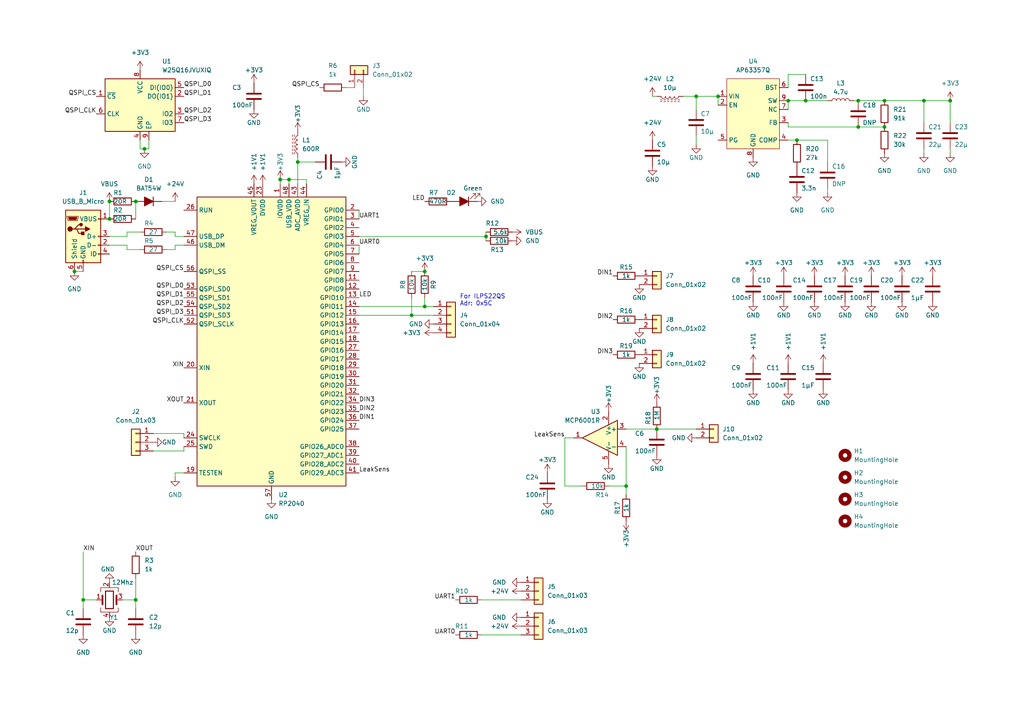
<source format=kicad_sch>
(kicad_sch (version 20211123) (generator eeschema)
  (paper "A4")
  (lib_symbols
    (symbol "Amplifier_Operational:MCP6001R" (pin_names (offset 0.127))
      (property "Reference" "U" (at 0 5.08 0))
      (property "Value" "MCP6001R" (at 0 -5.08 0))
      (symbol "MCP6001R_0_1"
        (pin power_in line (at -2.54 7.62 270) (length 3.81) (name "V+") (number "2"))
        (pin power_in line (at -2.54 -7.62 90) (length 3.81) (name "V-") (number "5"))
      )
      (symbol "MCP6001R_1_1"
        (pin output line (at 7.62 0 180) (length 2.54) (name "~") (number "1"))
        (pin input line (at -7.62 2.54 0) (length 2.54) (name "+") (number "3"))
        (pin input line (at -7.62 -2.54 0) (length 2.54) (name "-") (number "4"))
      )
    )
    (symbol "Bergi:AP63357Q"
      (property "Reference" "U" (at -6.35 11.43 0))
      (property "Value" "AP63357Q" (at -2.54 8.89 0))
      (symbol "AP63357Q_1_1"
        (pin unspecified line (at -10.16 2.54 0) (length 2.54) (name "VIN") (number "1"))
        (pin unspecified line (at -10.16 0 0) (length 2.54) (name "EN") (number "2"))
        (pin unspecified line (at 10.16 -5.08 180) (length 2.54) (name "FB") (number "3"))
        (pin unspecified line (at 10.16 -10.16 180) (length 2.54) (name "COMP") (number "4"))
        (pin unspecified line (at -10.16 -10.16 0) (length 2.54) (name "PG") (number "5"))
        (pin unspecified line (at 10.16 5.08 180) (length 2.54) (name "BST") (number "6"))
        (pin unspecified line (at 10.16 -1.27 180) (length 2.54) (name "NC") (number "7"))
        (pin unspecified line (at 0 -15.24 90) (length 2.54) (name "GND") (number "8"))
        (pin unspecified line (at 10.16 1.27 180) (length 2.54) (name "SW") (number "9"))
      )
    )
    (symbol "Bergi:W25Q16JVUXIQ"
      (property "Reference" "U" (at -8.89 8.89 0))
      (property "Value" "W25Q16JVUXIQ" (at 7.62 8.89 0))
      (symbol "W25Q16JVUXIQ_1_1"
        (pin input line (at -12.7 2.54 0) (length 2.54) (name "~{CS}") (number "1"))
        (pin bidirectional line (at 12.7 2.54 180) (length 2.54) (name "DO(IO1)") (number "2"))
        (pin bidirectional line (at 12.7 -2.54 180) (length 2.54) (name "IO2") (number "3"))
        (pin power_in line (at 0 -10.16 90) (length 2.54) (name "GND") (number "4"))
        (pin bidirectional line (at 12.7 5.08 180) (length 2.54) (name "DI(IO0)") (number "5"))
        (pin input line (at -12.7 -2.54 0) (length 2.54) (name "CLK") (number "6"))
        (pin bidirectional line (at 12.7 -5.08 180) (length 2.54) (name "IO3") (number "7"))
        (pin power_in line (at 0 10.16 270) (length 2.54) (name "VCC") (number "8"))
        (pin passive line (at 2.54 -10.16 90) (length 2.54) (name "EP") (number "9"))
      )
    )
    (symbol "Connector:USB_B_Micro" (pin_names (offset 1.016))
      (property "Reference" "J" (at -5.08 11.43 0))
      (property "Value" "USB_B_Micro" (at -5.08 8.89 0))
      (symbol "USB_B_Micro_1_1"
        (pin power_out line (at 7.62 5.08 180) (length 2.54) (name "VBUS") (number "1"))
        (pin bidirectional line (at 7.62 -2.54 180) (length 2.54) (name "D-") (number "2"))
        (pin bidirectional line (at 7.62 0 180) (length 2.54) (name "D+") (number "3"))
        (pin passive line (at 7.62 -5.08 180) (length 2.54) (name "ID") (number "4"))
        (pin power_out line (at 0 -10.16 90) (length 2.54) (name "GND") (number "5"))
        (pin passive line (at -2.54 -10.16 90) (length 2.54) (name "Shield") (number "6"))
      )
    )
    (symbol "Connector_Generic:Conn_01x02" (pin_names (offset 1.016) hide)
      (property "Reference" "J" (at 0 2.54 0))
      (property "Value" "Conn_01x02" (at 0 -5.08 0))
      (symbol "Conn_01x02_1_1"
        (pin passive line (at -5.08 0 0) (length 3.81) (name "Pin_1") (number "1"))
        (pin passive line (at -5.08 -2.54 0) (length 3.81) (name "Pin_2") (number "2"))
      )
    )
    (symbol "Connector_Generic:Conn_01x03" (pin_names (offset 1.016) hide)
      (property "Reference" "J" (at 0 5.08 0))
      (property "Value" "Conn_01x03" (at 0 -5.08 0))
      (symbol "Conn_01x03_1_1"
        (pin passive line (at -5.08 2.54 0) (length 3.81) (name "Pin_1") (number "1"))
        (pin passive line (at -5.08 0 0) (length 3.81) (name "Pin_2") (number "2"))
        (pin passive line (at -5.08 -2.54 0) (length 3.81) (name "Pin_3") (number "3"))
      )
    )
    (symbol "Connector_Generic:Conn_01x04" (pin_names (offset 1.016) hide)
      (property "Reference" "J" (at 0 5.08 0))
      (property "Value" "Conn_01x04" (at 0 -7.62 0))
      (symbol "Conn_01x04_1_1"
        (pin passive line (at -5.08 2.54 0) (length 3.81) (name "Pin_1") (number "1"))
        (pin passive line (at -5.08 0 0) (length 3.81) (name "Pin_2") (number "2"))
        (pin passive line (at -5.08 -2.54 0) (length 3.81) (name "Pin_3") (number "3"))
        (pin passive line (at -5.08 -5.08 0) (length 3.81) (name "Pin_4") (number "4"))
      )
    )
    (symbol "Device:C" (pin_numbers hide) (pin_names (offset 0.254))
      (property "Reference" "C" (at 0.635 2.54 0))
      (property "Value" "C" (at 0.635 -2.54 0))
      (symbol "C_1_1"
        (pin passive line (at 0 3.81 270) (length 2.794) (name "~") (number "1"))
        (pin passive line (at 0 -3.81 90) (length 2.794) (name "~") (number "2"))
      )
    )
    (symbol "Device:Crystal_GND24" (pin_names (offset 1.016) hide)
      (property "Reference" "Y" (at 3.175 5.08 0))
      (property "Value" "Crystal_GND24" (at 3.175 3.175 0))
      (symbol "Crystal_GND24_1_1"
        (pin passive line (at -3.81 0 0) (length 1.27) (name "1") (number "1"))
        (pin passive line (at 0 5.08 270) (length 1.27) (name "2") (number "2"))
        (pin passive line (at 3.81 0 180) (length 1.27) (name "3") (number "3"))
        (pin passive line (at 0 -5.08 90) (length 1.27) (name "4") (number "4"))
      )
    )
    (symbol "Device:D_Filled" (pin_numbers hide) (pin_names (offset 1.016) hide)
      (property "Reference" "D" (at 0 2.54 0))
      (property "Value" "D_Filled" (at 0 -2.54 0))
      (symbol "D_Filled_1_1"
        (pin passive line (at -3.81 0 0) (length 2.54) (name "K") (number "1"))
        (pin passive line (at 3.81 0 180) (length 2.54) (name "A") (number "2"))
      )
    )
    (symbol "Device:L" (pin_numbers hide) (pin_names (offset 1.016) hide)
      (property "Reference" "L" (at -1.27 0 90))
      (property "Value" "L" (at 1.905 0 90))
      (symbol "L_1_1"
        (pin passive line (at 0 3.81 270) (length 1.27) (name "1") (number "1"))
        (pin passive line (at 0 -3.81 90) (length 1.27) (name "2") (number "2"))
      )
    )
    (symbol "Device:LED_Filled" (pin_numbers hide) (pin_names (offset 1.016) hide)
      (property "Reference" "D" (at 0 2.54 0))
      (property "Value" "LED_Filled" (at 0 -2.54 0))
      (symbol "LED_Filled_1_1"
        (pin passive line (at -3.81 0 0) (length 2.54) (name "K") (number "1"))
        (pin passive line (at 3.81 0 180) (length 2.54) (name "A") (number "2"))
      )
    )
    (symbol "Device:L_Ferrite" (pin_numbers hide) (pin_names (offset 1.016) hide)
      (property "Reference" "L" (at -1.27 0 90))
      (property "Value" "L_Ferrite" (at 2.794 0 90))
      (symbol "L_Ferrite_1_1"
        (pin passive line (at 0 3.81 270) (length 1.27) (name "1") (number "1"))
        (pin passive line (at 0 -3.81 90) (length 1.27) (name "2") (number "2"))
      )
    )
    (symbol "Device:R" (pin_numbers hide) (pin_names (offset 0))
      (property "Reference" "R" (at 2.032 0 90))
      (property "Value" "R" (at 0 0 90))
      (symbol "R_1_1"
        (pin passive line (at 0 3.81 270) (length 1.27) (name "~") (number "1"))
        (pin passive line (at 0 -3.81 90) (length 1.27) (name "~") (number "2"))
      )
    )
    (symbol "MCU_RaspberryPi:RP2040"
      (property "Reference" "U" (at 17.78 45.72 0))
      (property "Value" "RP2040" (at 17.78 43.18 0))
      (symbol "RP2040_1_1"
        (pin power_in line (at 2.54 45.72 270) (length 3.81) (name "IOVDD") (number "1"))
        (pin passive line (at 2.54 45.72 270) (length 3.81) hide (name "IOVDD") (number "10"))
        (pin bidirectional line (at 25.4 17.78 180) (length 3.81) (name "GPIO8") (number "11"))
        (pin bidirectional line (at 25.4 15.24 180) (length 3.81) (name "GPIO9") (number "12"))
        (pin bidirectional line (at 25.4 12.7 180) (length 3.81) (name "GPIO10") (number "13"))
        (pin bidirectional line (at 25.4 10.16 180) (length 3.81) (name "GPIO11") (number "14"))
        (pin bidirectional line (at 25.4 7.62 180) (length 3.81) (name "GPIO12") (number "15"))
        (pin bidirectional line (at 25.4 5.08 180) (length 3.81) (name "GPIO13") (number "16"))
        (pin bidirectional line (at 25.4 2.54 180) (length 3.81) (name "GPIO14") (number "17"))
        (pin bidirectional line (at 25.4 0 180) (length 3.81) (name "GPIO15") (number "18"))
        (pin input line (at -25.4 -38.1 0) (length 3.81) (name "TESTEN") (number "19"))
        (pin bidirectional line (at 25.4 38.1 180) (length 3.81) (name "GPIO0") (number "2"))
        (pin input line (at -25.4 -7.62 0) (length 3.81) (name "XIN") (number "20"))
        (pin passive line (at -25.4 -17.78 0) (length 3.81) (name "XOUT") (number "21"))
        (pin passive line (at 2.54 45.72 270) (length 3.81) hide (name "IOVDD") (number "22"))
        (pin power_in line (at -2.54 45.72 270) (length 3.81) (name "DVDD") (number "23"))
        (pin output line (at -25.4 -27.94 0) (length 3.81) (name "SWCLK") (number "24"))
        (pin bidirectional line (at -25.4 -30.48 0) (length 3.81) (name "SWD") (number "25"))
        (pin input line (at -25.4 38.1 0) (length 3.81) (name "RUN") (number "26"))
        (pin bidirectional line (at 25.4 -2.54 180) (length 3.81) (name "GPIO16") (number "27"))
        (pin bidirectional line (at 25.4 -5.08 180) (length 3.81) (name "GPIO17") (number "28"))
        (pin bidirectional line (at 25.4 -7.62 180) (length 3.81) (name "GPIO18") (number "29"))
        (pin bidirectional line (at 25.4 35.56 180) (length 3.81) (name "GPIO1") (number "3"))
        (pin bidirectional line (at 25.4 -10.16 180) (length 3.81) (name "GPIO19") (number "30"))
        (pin bidirectional line (at 25.4 -12.7 180) (length 3.81) (name "GPIO20") (number "31"))
        (pin bidirectional line (at 25.4 -15.24 180) (length 3.81) (name "GPIO21") (number "32"))
        (pin passive line (at 2.54 45.72 270) (length 3.81) hide (name "IOVDD") (number "33"))
        (pin bidirectional line (at 25.4 -17.78 180) (length 3.81) (name "GPIO22") (number "34"))
        (pin bidirectional line (at 25.4 -20.32 180) (length 3.81) (name "GPIO23") (number "35"))
        (pin bidirectional line (at 25.4 -22.86 180) (length 3.81) (name "GPIO24") (number "36"))
        (pin bidirectional line (at 25.4 -25.4 180) (length 3.81) (name "GPIO25") (number "37"))
        (pin bidirectional line (at 25.4 -30.48 180) (length 3.81) (name "GPIO26_ADC0") (number "38"))
        (pin bidirectional line (at 25.4 -33.02 180) (length 3.81) (name "GPIO27_ADC1") (number "39"))
        (pin bidirectional line (at 25.4 33.02 180) (length 3.81) (name "GPIO2") (number "4"))
        (pin bidirectional line (at 25.4 -35.56 180) (length 3.81) (name "GPIO28_ADC2") (number "40"))
        (pin bidirectional line (at 25.4 -38.1 180) (length 3.81) (name "GPIO29_ADC3") (number "41"))
        (pin passive line (at 2.54 45.72 270) (length 3.81) hide (name "IOVDD") (number "42"))
        (pin power_in line (at 7.62 45.72 270) (length 3.81) (name "ADC_AVDD") (number "43"))
        (pin power_in line (at 10.16 45.72 270) (length 3.81) (name "VREG_IN") (number "44"))
        (pin power_out line (at -5.08 45.72 270) (length 3.81) (name "VREG_VOUT") (number "45"))
        (pin bidirectional line (at -25.4 27.94 0) (length 3.81) (name "USB_DM") (number "46"))
        (pin bidirectional line (at -25.4 30.48 0) (length 3.81) (name "USB_DP") (number "47"))
        (pin power_in line (at 5.08 45.72 270) (length 3.81) (name "USB_VDD") (number "48"))
        (pin passive line (at 2.54 45.72 270) (length 3.81) hide (name "IOVDD") (number "49"))
        (pin bidirectional line (at 25.4 30.48 180) (length 3.81) (name "GPIO3") (number "5"))
        (pin passive line (at -2.54 45.72 270) (length 3.81) hide (name "DVDD") (number "50"))
        (pin bidirectional line (at -25.4 7.62 0) (length 3.81) (name "QSPI_SD3") (number "51"))
        (pin output line (at -25.4 5.08 0) (length 3.81) (name "QSPI_SCLK") (number "52"))
        (pin bidirectional line (at -25.4 15.24 0) (length 3.81) (name "QSPI_SD0") (number "53"))
        (pin bidirectional line (at -25.4 10.16 0) (length 3.81) (name "QSPI_SD2") (number "54"))
        (pin bidirectional line (at -25.4 12.7 0) (length 3.81) (name "QSPI_SD1") (number "55"))
        (pin bidirectional line (at -25.4 20.32 0) (length 3.81) (name "QSPI_SS") (number "56"))
        (pin power_in line (at 0 -45.72 90) (length 3.81) (name "GND") (number "57"))
        (pin bidirectional line (at 25.4 27.94 180) (length 3.81) (name "GPIO4") (number "6"))
        (pin bidirectional line (at 25.4 25.4 180) (length 3.81) (name "GPIO5") (number "7"))
        (pin bidirectional line (at 25.4 22.86 180) (length 3.81) (name "GPIO6") (number "8"))
        (pin bidirectional line (at 25.4 20.32 180) (length 3.81) (name "GPIO7") (number "9"))
      )
    )
    (symbol "Mechanical:MountingHole" (pin_names (offset 1.016))
      (property "Reference" "H" (at 0 5.08 0))
      (property "Value" "MountingHole" (at 0 3.175 0))
    )
    (symbol "power:+1V1" (power) (pin_names (offset 0))
      (property "Value" "+1V1" (at 0 3.556 0))
      (symbol "+1V1_1_1"
        (pin power_in line (at 0 0 90) (length 0) hide (name "+1V1") (number "1"))
      )
    )
    (symbol "power:+24V" (power) (pin_names (offset 0))
      (property "Value" "+24V" (at 0 3.556 0))
      (symbol "+24V_1_1"
        (pin power_in line (at 0 0 90) (length 0) hide (name "+24V") (number "1"))
      )
    )
    (symbol "power:+3V3" (power) (pin_names (offset 0))
      (property "Value" "+3V3" (at 0 3.556 0))
      (symbol "+3V3_1_1"
        (pin power_in line (at 0 0 90) (length 0) hide (name "+3V3") (number "1"))
      )
    )
    (symbol "power:GND" (power) (pin_names (offset 0))
      (property "Value" "GND" (at 0 -3.81 0))
      (symbol "GND_1_1"
        (pin power_in line (at 0 0 270) (length 0) hide (name "GND") (number "1"))
      )
    )
    (symbol "power:VBUS" (power) (pin_names (offset 0))
      (property "Value" "VBUS" (at 0 3.81 0))
      (symbol "VBUS_1_1"
        (pin power_in line (at 0 0 90) (length 0) hide (name "VBUS") (number "1"))
      )
    )
  )
  (junction (at 119.38 91.44))
  (junction (at 208.28 27.94))
  (junction (at 256.54 29.21))
  (junction (at 41.91 43.18))
  (junction (at 39.37 173.99))
  (junction (at 31.75 58.42))
  (junction (at 140.97 68.58))
  (junction (at 256.54 36.83))
  (junction (at 86.36 46.99))
  (junction (at 181.61 140.97))
  (junction (at 123.19 88.9))
  (junction (at 39.37 58.42))
  (junction (at 123.19 78.74))
  (junction (at 267.97 29.21))
  (junction (at 31.75 63.5))
  (junction (at 24.13 173.99))
  (junction (at 201.93 27.94))
  (junction (at 21.59 78.74))
  (junction (at 190.5 124.46))
  (junction (at 81.28 52.07))
  (junction (at 231.14 40.64))
  (junction (at 233.68 29.21))
  (junction (at 248.92 29.21))
  (junction (at 275.59 29.21))
  (junction (at 248.92 36.83))
  (junction (at 83.82 52.07))
  (junction (at 228.6 29.21))
  (wire (pts (xy 53.34 130.81) (xy 53.34 129.54)))
  (wire (pts (xy 208.28 27.94) (xy 208.28 30.48)))
  (wire (pts (xy 228.6 31.75) (xy 228.6 29.21)))
  (wire (pts (xy 50.8 72.39) (xy 50.8 71.12)))
  (wire (pts (xy 31.75 71.12) (xy 36.83 71.12)))
  (wire (pts (xy 83.82 52.07) (xy 83.82 53.34)))
  (wire (pts (xy 163.83 140.97) (xy 163.83 127)))
  (wire (pts (xy 198.12 27.94) (xy 201.93 27.94)))
  (wire (pts (xy 83.82 52.07) (xy 88.9 52.07)))
  (wire (pts (xy 140.97 67.31) (xy 140.97 68.58)))
  (wire (pts (xy 86.36 45.72) (xy 86.36 46.99)))
  (wire (pts (xy 248.92 36.83) (xy 256.54 36.83)))
  (wire (pts (xy 50.8 67.31) (xy 48.26 67.31)))
  (wire (pts (xy 190.5 124.46) (xy 201.93 124.46)))
  (wire (pts (xy 50.8 71.12) (xy 53.34 71.12)))
  (wire (pts (xy 228.6 29.21) (xy 233.68 29.21)))
  (wire (pts (xy 123.19 88.9) (xy 125.73 88.9)))
  (wire (pts (xy 50.8 138.43) (xy 50.8 137.16)))
  (wire (pts (xy 88.9 52.07) (xy 88.9 53.34)))
  (wire (pts (xy 201.93 27.94) (xy 208.28 27.94)))
  (wire (pts (xy 163.83 127) (xy 166.37 127)))
  (wire (pts (xy 81.28 52.07) (xy 83.82 52.07)))
  (wire (pts (xy 39.37 58.42) (xy 39.37 63.5)))
  (wire (pts (xy 81.28 52.07) (xy 81.28 53.34)))
  (wire (pts (xy 240.03 55.88) (xy 240.03 54.61)))
  (wire (pts (xy 36.83 72.39) (xy 40.64 72.39)))
  (wire (pts (xy 48.26 72.39) (xy 50.8 72.39)))
  (wire (pts (xy 35.56 173.99) (xy 39.37 173.99)))
  (wire (pts (xy 24.13 176.53) (xy 24.13 173.99)))
  (wire (pts (xy 181.61 140.97) (xy 181.61 143.51)))
  (wire (pts (xy 53.34 125.73) (xy 44.45 125.73)))
  (wire (pts (xy 119.38 78.74) (xy 123.19 78.74)))
  (wire (pts (xy 39.37 167.64) (xy 39.37 173.99)))
  (wire (pts (xy 228.6 36.83) (xy 248.92 36.83)))
  (wire (pts (xy 40.64 40.64) (xy 40.64 43.18)))
  (wire (pts (xy 50.8 137.16) (xy 53.34 137.16)))
  (wire (pts (xy 201.93 31.75) (xy 201.93 27.94)))
  (wire (pts (xy 139.7 184.15) (xy 151.13 184.15)))
  (wire (pts (xy 267.97 44.45) (xy 267.97 43.18)))
  (wire (pts (xy 100.33 25.4) (xy 102.87 25.4)))
  (wire (pts (xy 43.18 43.18) (xy 43.18 40.64)))
  (wire (pts (xy 231.14 40.64) (xy 228.6 40.64)))
  (wire (pts (xy 228.6 35.56) (xy 228.6 36.83)))
  (wire (pts (xy 41.91 43.18) (xy 43.18 43.18)))
  (wire (pts (xy 40.64 67.31) (xy 36.83 67.31)))
  (wire (pts (xy 36.83 67.31) (xy 36.83 68.58)))
  (wire (pts (xy 24.13 173.99) (xy 27.94 173.99)))
  (wire (pts (xy 119.38 86.36) (xy 119.38 91.44)))
  (wire (pts (xy 201.93 41.91) (xy 201.93 39.37)))
  (wire (pts (xy 53.34 127) (xy 53.34 125.73)))
  (wire (pts (xy 267.97 29.21) (xy 267.97 35.56)))
  (wire (pts (xy 46.99 58.42) (xy 50.8 58.42)))
  (wire (pts (xy 228.6 25.4) (xy 228.6 21.59)))
  (wire (pts (xy 39.37 173.99) (xy 39.37 176.53)))
  (wire (pts (xy 36.83 68.58) (xy 31.75 68.58)))
  (wire (pts (xy 233.68 29.21) (xy 240.03 29.21)))
  (wire (pts (xy 275.59 35.56) (xy 275.59 29.21)))
  (wire (pts (xy 119.38 91.44) (xy 125.73 91.44)))
  (wire (pts (xy 31.75 63.5) (xy 31.75 58.42)))
  (wire (pts (xy 86.36 46.99) (xy 91.44 46.99)))
  (wire (pts (xy 240.03 40.64) (xy 231.14 40.64)))
  (wire (pts (xy 275.59 44.45) (xy 275.59 43.18)))
  (wire (pts (xy 176.53 140.97) (xy 181.61 140.97)))
  (wire (pts (xy 40.64 43.18) (xy 41.91 43.18)))
  (wire (pts (xy 105.41 25.4) (xy 105.41 27.94)))
  (wire (pts (xy 189.23 27.94) (xy 190.5 27.94)))
  (wire (pts (xy 44.45 130.81) (xy 53.34 130.81)))
  (wire (pts (xy 21.59 78.74) (xy 24.13 78.74)))
  (wire (pts (xy 104.14 68.58) (xy 140.97 68.58)))
  (wire (pts (xy 104.14 91.44) (xy 119.38 91.44)))
  (wire (pts (xy 275.59 29.21) (xy 267.97 29.21)))
  (wire (pts (xy 256.54 29.21) (xy 267.97 29.21)))
  (wire (pts (xy 86.36 46.99) (xy 86.36 53.34)))
  (wire (pts (xy 24.13 160.02) (xy 24.13 173.99)))
  (wire (pts (xy 36.83 71.12) (xy 36.83 72.39)))
  (wire (pts (xy 181.61 124.46) (xy 190.5 124.46)))
  (wire (pts (xy 104.14 60.96) (xy 104.14 63.5)))
  (wire (pts (xy 228.6 21.59) (xy 233.68 21.59)))
  (wire (pts (xy 139.7 173.99) (xy 151.13 173.99)))
  (wire (pts (xy 248.92 29.21) (xy 256.54 29.21)))
  (wire (pts (xy 168.91 140.97) (xy 163.83 140.97)))
  (wire (pts (xy 240.03 46.99) (xy 240.03 40.64)))
  (wire (pts (xy 247.65 29.21) (xy 248.92 29.21)))
  (wire (pts (xy 181.61 129.54) (xy 181.61 140.97)))
  (wire (pts (xy 104.14 88.9) (xy 123.19 88.9)))
  (wire (pts (xy 104.14 71.12) (xy 104.14 73.66)))
  (wire (pts (xy 123.19 86.36) (xy 123.19 88.9)))
  (wire (pts (xy 140.97 68.58) (xy 140.97 69.85)))
  (wire (pts (xy 50.8 68.58) (xy 50.8 67.31)))
  (wire (pts (xy 53.34 68.58) (xy 50.8 68.58)))
  (text "For ILPS22QS\nAdr: 0x5C" (at 133.35 88.9 0) (effects (font (size 1.27 1.27)) (justify left bottom)))
  (label "DIN3" (at 104.14 116.84 0))
  (label "QSPI_D1" (at 53.34 86.36 180))
  (label "XOUT" (at 39.37 160.02 0))
  (label "XIN" (at 53.34 106.68 180))
  (label "QSPI_D2" (at 53.34 88.9 180))
  (label "UART0" (at 132.08 184.15 180))
  (label "QSPI_D3" (at 53.34 91.44 180))
  (label "QSPI_CLK" (at 53.34 93.98 180))
  (label "DIN3" (at 177.8 102.87 180))
  (label "UART0" (at 104.14 71.12 0))
  (label "XIN" (at 24.13 160.02 0))
  (label "DIN2" (at 104.14 119.38 0))
  (label "LeakSens" (at 163.83 127 180))
  (label "QSPI_CS" (at 53.34 78.74 180))
  (label "LED" (at 104.14 86.36 0))
  (label "QSPI_D1" (at 53.34 27.94 0))
  (label "LED" (at 123.19 58.42 180))
  (label "UART1" (at 104.14 63.5 0))
  (label "QSPI_D0" (at 53.34 83.82 180))
  (label "DIN1" (at 104.14 121.92 0))
  (label "DIN1" (at 177.8 80.01 180))
  (label "XOUT" (at 53.34 116.84 180))
  (label "QSPI_D3" (at 53.34 35.56 0))
  (label "QSPI_D2" (at 53.34 33.02 0))
  (label "QSPI_CS" (at 27.94 27.94 180))
  (label "QSPI_D0" (at 53.34 25.4 0))
  (label "QSPI_CS" (at 92.71 25.4 180))
  (label "LeakSens" (at 104.14 137.16 0))
  (label "DIN2" (at 177.8 92.71 180))
  (label "UART1" (at 132.08 173.99 180))
  (label "QSPI_CLK" (at 27.94 33.02 180))
  (symbol (lib_id "Device:R") (at 44.45 67.31 90) (unit 1)
    (property "Reference" "R4" (at 43.18 64.77 90))
    (property "Value" "27" (at 44.45 67.31 90))
    (property "Footprint" "Resistor_SMD:R_0603_1608Metric" (effects hide))
  )
  (symbol (lib_id "Connector_Generic:Conn_01x02") (at 207.01 124.46 0) (unit 1)
    (property "Reference" "J10" (at 209.55 124.4599 0) (effects (justify left)))
    (property "Value" "Conn_01x02" (at 209.55 126.9999 0) (effects (justify left)))
    (property "Footprint" "Connector_JST:JST_EH_B2B-EH-A_1x02_P2.50mm_Vertical" (effects hide))
  )
  (symbol (lib_id "MCU_RaspberryPi:RP2040") (at 78.74 99.06 0) (unit 1)
    (property "Reference" "U2" (at 80.7594 143.51 0) (effects (justify left)))
    (property "Value" "RP2040" (at 80.7594 146.05 0) (effects (justify left)))
    (property "Footprint" "Package_DFN_QFN:QFN-56-1EP_7x7mm_P0.4mm_EP3.2x3.2mm" (effects hide))
    (property "Datasheet" "https://datasheets.raspberrypi.com/rp2040/rp2040-datasheet.pdf" (effects hide))
  )
  (symbol (lib_id "power:GND") (at 261.62 87.63 0) (unit 1)
    (property "Reference" "#PWR064" (effects hide))
    (property "Value" "GND" (at 261.62 91.44 0))
  )
  (symbol (lib_id "power:GND") (at 185.42 95.25 0) (unit 1)
    (property "Reference" "#PWR035" (effects hide))
    (property "Value" "GND" (at 185.42 99.06 0))
  )
  (symbol (lib_id "Device:L_Ferrite") (at 86.36 41.91 180) (unit 1)
    (property "Reference" "L1" (at 87.63 40.6399 0) (effects (justify right)))
    (property "Value" "600R" (at 87.63 43.1799 0) (effects (justify right)))
    (property "Footprint" "Inductor_SMD:L_0603_1608Metric" (effects hide))
  )
  (symbol (lib_id "power:GND") (at 78.74 144.78 0) (unit 1)
    (property "Reference" "#PWR016" (effects hide))
    (property "Value" "GND" (at 78.74 149.86 0))
  )
  (symbol (lib_id "Device:R") (at 256.54 33.02 0) (unit 1)
    (property "Reference" "R21" (at 259.08 31.7499 0) (effects (justify left)))
    (property "Value" "91k" (at 259.08 34.2899 0) (effects (justify left)))
    (property "Footprint" "Resistor_SMD:R_0603_1608Metric" (effects hide))
  )
  (symbol (lib_id "power:+3V3") (at 245.11 80.01 0) (unit 1)
    (property "Reference" "#PWR058" (effects hide))
    (property "Value" "+3V3" (at 245.11 76.2 0))
  )
  (symbol (lib_id "power:GND") (at 190.5 132.08 0) (unit 1)
    (property "Reference" "#PWR040" (effects hide))
    (property "Value" "GND" (at 190.5 135.89 0))
  )
  (symbol (lib_id "power:GND") (at 238.76 113.03 0) (unit 1)
    (property "Reference" "#PWR056" (effects hide))
    (property "Value" "GND" (at 238.76 116.84 0))
  )
  (symbol (lib_id "Device:R") (at 181.61 147.32 180) (unit 1)
    (property "Reference" "R17" (at 179.07 147.32 90))
    (property "Value" "1k" (at 181.61 147.32 90))
    (property "Footprint" "Resistor_SMD:R_0603_1608Metric" (effects hide))
  )
  (symbol (lib_id "Device:R") (at 39.37 163.83 0) (unit 1)
    (property "Reference" "R3" (at 41.91 162.5599 0) (effects (justify left)))
    (property "Value" "1k" (at 41.91 165.0999 0) (effects (justify left)))
    (property "Footprint" "Resistor_SMD:R_0603_1608Metric" (effects hide))
  )
  (symbol (lib_id "power:+24V") (at 151.13 181.61 90) (unit 1)
    (property "Reference" "#PWR030" (effects hide))
    (property "Value" "+24V" (at 142.24 181.61 90) (effects (justify right)))
  )
  (symbol (lib_id "power:+24V") (at 189.23 40.64 0) (unit 1)
    (property "Reference" "#PWR037" (effects hide))
    (property "Value" "+24V" (at 189.23 35.56 0))
  )
  (symbol (lib_id "power:GND") (at 158.75 144.78 0) (unit 1)
    (property "Reference" "#PWR072" (effects hide))
    (property "Value" "GND" (at 158.75 148.59 0))
  )
  (symbol (lib_id "Device:R") (at 96.52 25.4 90) (unit 1)
    (property "Reference" "R6" (at 96.52 19.05 90))
    (property "Value" "1k" (at 96.52 21.59 90))
    (property "Footprint" "Resistor_SMD:R_0603_1608Metric" (effects hide))
  )
  (symbol (lib_id "Device:C") (at 275.59 39.37 180) (unit 1)
    (property "Reference" "C23" (at 276.86 36.83 0) (effects (justify right)))
    (property "Value" "22µ" (at 276.86 41.91 0) (effects (justify right)))
    (property "Footprint" "Capacitor_SMD:C_1206_3216Metric" (effects hide))
  )
  (symbol (lib_id "Device:C") (at 39.37 180.34 0) (unit 1)
    (property "Reference" "C2" (at 43.18 179.0699 0) (effects (justify left)))
    (property "Value" "12p" (at 43.18 181.6099 0) (effects (justify left)))
    (property "Footprint" "Capacitor_SMD:C_0603_1608Metric" (effects hide))
  )
  (symbol (lib_id "Device:R") (at 181.61 102.87 90) (unit 1)
    (property "Reference" "R19" (at 181.61 100.33 90))
    (property "Value" "1k" (at 181.61 102.87 90))
    (property "Footprint" "Resistor_SMD:R_0603_1608Metric" (effects hide))
  )
  (symbol (lib_id "power:GND") (at 231.14 55.88 0) (unit 1)
    (property "Reference" "#PWR052" (effects hide))
    (property "Value" "GND" (at 231.14 60.96 0))
  )
  (symbol (lib_id "power:GND") (at 270.51 87.63 0) (unit 1)
    (property "Reference" "#PWR067" (effects hide))
    (property "Value" "GND" (at 270.51 91.44 0))
  )
  (symbol (lib_id "Device:R") (at 144.78 67.31 270) (unit 1)
    (property "Reference" "R12" (at 144.78 64.77 90) (effects (justify right)))
    (property "Value" "5.6k" (at 147.32 67.31 90) (effects (justify right)))
    (property "Footprint" "Resistor_SMD:R_0603_1608Metric" (effects hide))
  )
  (symbol (lib_id "power:GND") (at 236.22 87.63 0) (unit 1)
    (property "Reference" "#PWR054" (effects hide))
    (property "Value" "GND" (at 236.22 91.44 0))
  )
  (symbol (lib_id "Device:R") (at 181.61 80.01 90) (unit 1)
    (property "Reference" "R15" (at 181.61 77.47 90))
    (property "Value" "1k" (at 181.61 80.01 90))
    (property "Footprint" "Resistor_SMD:R_0603_1608Metric" (effects hide))
  )
  (symbol (lib_id "Connector_Generic:Conn_01x02") (at 190.5 80.01 0) (unit 1)
    (property "Reference" "J7" (at 193.04 80.0099 0) (effects (justify left)))
    (property "Value" "Conn_01x02" (at 193.04 82.5499 0) (effects (justify left)))
    (property "Footprint" "Connector_JST:JST_EH_B2B-EH-A_1x02_P2.50mm_Vertical" (effects hide))
  )
  (symbol (lib_id "power:GND") (at 50.8 138.43 0) (unit 1)
    (property "Reference" "#PWR011" (effects hide))
    (property "Value" "GND" (at 50.8 143.51 0))
  )
  (symbol (lib_id "Device:C") (at 245.11 83.82 0) (unit 1)
    (property "Reference" "C17" (at 238.76 81.28 0) (effects (justify left)))
    (property "Value" "100nF" (at 238.76 86.36 0) (effects (justify left)))
    (property "Footprint" "Capacitor_SMD:C_0603_1608Metric" (effects hide))
  )
  (symbol (lib_id "power:+1V1") (at 76.2 53.34 0) (unit 1)
    (property "Reference" "#PWR015" (effects hide))
    (property "Value" "+1V1" (at 76.2 46.99 90))
  )
  (symbol (lib_id "Connector:USB_B_Micro") (at 24.13 68.58 0) (unit 1)
    (property "Reference" "J1" (at 24.13 55.88 0))
    (property "Value" "USB_B_Micro" (at 24.13 58.42 0))
    (property "Footprint" "Connector_USB:USB_Micro-B_GCT_USB3076-30-A" (effects hide))
    (property "HTN" "USB3076-30, USB3075-30" (effects hide))
  )
  (symbol (lib_id "power:+3V3") (at 181.61 151.13 180) (unit 1)
    (property "Reference" "#PWR033" (effects hide))
    (property "Value" "+3V3" (at 181.61 156.21 90))
  )
  (symbol (lib_id "power:+3V3") (at 40.64 20.32 0) (unit 1)
    (property "Reference" "#PWR07" (effects hide))
    (property "Value" "+3V3" (at 40.64 15.24 0))
  )
  (symbol (lib_id "power:VBUS") (at 31.75 58.42 0) (unit 1)
    (property "Reference" "#PWR03" (effects hide))
    (property "Value" "VBUS" (at 31.75 53.34 0))
  )
  (symbol (lib_id "power:GND") (at 24.13 184.15 0) (unit 1)
    (property "Reference" "#PWR02" (effects hide))
    (property "Value" "GND" (at 24.13 189.23 0))
  )
  (symbol (lib_id "power:+3V3") (at 176.53 119.38 0) (unit 1)
    (property "Reference" "#PWR031" (effects hide))
    (property "Value" "+3V3" (at 176.53 114.3 90))
  )
  (symbol (lib_id "Device:R") (at 144.78 69.85 90) (unit 1)
    (property "Reference" "R13" (at 142.24 72.39 90) (effects (justify right)))
    (property "Value" "10k" (at 143.51 69.85 90) (effects (justify right)))
    (property "Footprint" "Resistor_SMD:R_0603_1608Metric" (effects hide))
  )
  (symbol (lib_id "power:GND") (at 228.6 113.03 0) (unit 1)
    (property "Reference" "#PWR051" (effects hide))
    (property "Value" "GND" (at 228.6 116.84 0))
  )
  (symbol (lib_id "power:+24V") (at 151.13 171.45 90) (unit 1)
    (property "Reference" "#PWR028" (effects hide))
    (property "Value" "+24V" (at 142.24 171.45 90) (effects (justify right)))
  )
  (symbol (lib_id "Device:C") (at 270.51 83.82 0) (unit 1)
    (property "Reference" "C22" (at 264.16 81.28 0) (effects (justify left)))
    (property "Value" "1µF" (at 264.16 86.36 0) (effects (justify left)))
    (property "Footprint" "Capacitor_SMD:C_0603_1608Metric" (effects hide))
  )
  (symbol (lib_id "power:GND") (at 99.06 46.99 90) (unit 1)
    (property "Reference" "#PWR019" (effects hide))
    (property "Value" "GND" (at 102.87 46.99 0))
  )
  (symbol (lib_id "power:+3V3") (at 270.51 80.01 0) (unit 1)
    (property "Reference" "#PWR066" (effects hide))
    (property "Value" "+3V3" (at 270.51 76.2 0))
  )
  (symbol (lib_id "power:+3V3") (at 81.28 52.07 0) (unit 1)
    (property "Reference" "#PWR017" (effects hide))
    (property "Value" "+3V3" (at 81.28 46.99 90))
  )
  (symbol (lib_id "power:GND") (at 185.42 82.55 0) (unit 1)
    (property "Reference" "#PWR034" (effects hide))
    (property "Value" "GND" (at 185.42 86.36 0))
  )
  (symbol (lib_id "power:GND") (at 201.93 127 270) (unit 1)
    (property "Reference" "#PWR042" (effects hide))
    (property "Value" "GND" (at 196.85 127 90))
  )
  (symbol (lib_id "power:+3V3") (at 275.59 29.21 0) (unit 1)
    (property "Reference" "#PWR068" (effects hide))
    (property "Value" "+3V3" (at 275.59 24.13 0))
  )
  (symbol (lib_id "Device:L_Ferrite") (at 194.31 27.94 270) (unit 1)
    (property "Reference" "L2" (at 194.31 22.86 90))
    (property "Value" "10µ" (at 194.31 25.4 90))
    (property "Footprint" "Inductor_SMD:L_0805_2012Metric" (effects hide))
  )
  (symbol (lib_id "power:GND") (at 125.73 93.98 270) (mirror x) (unit 1)
    (property "Reference" "#PWR022" (effects hide))
    (property "Value" "GND" (at 120.65 93.98 90))
  )
  (symbol (lib_id "Device:R") (at 119.38 82.55 180) (unit 1)
    (property "Reference" "R8" (at 116.84 82.55 90))
    (property "Value" "10k" (at 119.38 82.55 90))
    (property "Footprint" "Resistor_SMD:R_0603_1608Metric" (effects hide))
  )
  (symbol (lib_id "power:+3V3") (at 123.19 78.74 0) (mirror y) (unit 1)
    (property "Reference" "#PWR021" (effects hide))
    (property "Value" "+3V3" (at 123.19 74.93 0))
  )
  (symbol (lib_id "power:GND") (at 267.97 44.45 0) (unit 1)
    (property "Reference" "#PWR065" (effects hide))
    (property "Value" "GND" (at 267.97 49.53 0))
  )
  (symbol (lib_id "power:+3V3") (at 261.62 80.01 0) (unit 1)
    (property "Reference" "#PWR063" (effects hide))
    (property "Value" "+3V3" (at 261.62 76.2 0))
  )
  (symbol (lib_id "power:GND") (at 240.03 55.88 0) (unit 1)
    (property "Reference" "#PWR057" (effects hide))
    (property "Value" "GND" (at 240.03 60.96 0))
  )
  (symbol (lib_id "Device:L") (at 243.84 29.21 90) (unit 1)
    (property "Reference" "L3" (at 243.84 24.13 90))
    (property "Value" "4.7u" (at 243.84 26.67 90))
    (property "Footprint" "Inductor_SMD:L_1008_2520Metric" (effects hide))
  )
  (symbol (lib_id "power:+3V3") (at 218.44 80.01 0) (unit 1)
    (property "Reference" "#PWR044" (effects hide))
    (property "Value" "+3V3" (at 218.44 76.2 0))
  )
  (symbol (lib_id "power:+1V1") (at 228.6 105.41 0) (unit 1)
    (property "Reference" "#PWR050" (effects hide))
    (property "Value" "+1V1" (at 228.6 99.06 90))
  )
  (symbol (lib_id "power:GND") (at 44.45 128.27 90) (unit 1)
    (property "Reference" "#PWR09" (effects hide))
    (property "Value" "GND" (at 46.99 128.27 90) (effects (justify right)))
  )
  (symbol (lib_id "power:GND") (at 31.75 179.07 0) (unit 1)
    (property "Reference" "#PWR05" (effects hide))
    (property "Value" "GND" (at 31.75 182.88 0))
  )
  (symbol (lib_id "Device:R") (at 127 58.42 90) (unit 1)
    (property "Reference" "R7" (at 125.73 55.88 90))
    (property "Value" "470R" (at 127 58.42 90))
    (property "Footprint" "Resistor_SMD:R_0603_1608Metric" (effects hide))
  )
  (symbol (lib_id "Device:C") (at 218.44 109.22 0) (unit 1)
    (property "Reference" "C9" (at 212.09 106.68 0) (effects (justify left)))
    (property "Value" "100nF" (at 212.09 111.76 0) (effects (justify left)))
    (property "Footprint" "Capacitor_SMD:C_0603_1608Metric" (effects hide))
  )
  (symbol (lib_id "Device:C") (at 228.6 109.22 0) (unit 1)
    (property "Reference" "C11" (at 222.25 106.68 0) (effects (justify left)))
    (property "Value" "100nF" (at 222.25 111.76 0) (effects (justify left)))
    (property "Footprint" "Capacitor_SMD:C_0603_1608Metric" (effects hide))
  )
  (symbol (lib_id "Device:C") (at 201.93 35.56 180) (unit 1)
    (property "Reference" "C7" (at 203.2 33.02 0) (effects (justify right)))
    (property "Value" "10µ" (at 203.2 38.1 0) (effects (justify right)))
    (property "Footprint" "Capacitor_SMD:C_1210_3225Metric" (effects hide))
  )
  (symbol (lib_id "Device:R") (at 181.61 92.71 90) (unit 1)
    (property "Reference" "R16" (at 181.61 90.17 90))
    (property "Value" "1k" (at 181.61 92.71 90))
    (property "Footprint" "Resistor_SMD:R_0603_1608Metric" (effects hide))
  )
  (symbol (lib_id "Device:C") (at 261.62 83.82 0) (unit 1)
    (property "Reference" "C20" (at 255.27 81.28 0) (effects (justify left)))
    (property "Value" "100nF" (at 255.27 86.36 0) (effects (justify left)))
    (property "Footprint" "Capacitor_SMD:C_0603_1608Metric" (effects hide))
  )
  (symbol (lib_id "power:GND") (at 245.11 87.63 0) (unit 1)
    (property "Reference" "#PWR059" (effects hide))
    (property "Value" "GND" (at 245.11 91.44 0))
  )
  (symbol (lib_id "power:GND") (at 148.59 69.85 90) (unit 1)
    (property "Reference" "#PWR026" (effects hide))
    (property "Value" "GND" (at 152.4 69.8499 90) (effects (justify right)))
  )
  (symbol (lib_id "Device:R") (at 190.5 120.65 180) (unit 1)
    (property "Reference" "R18" (at 187.96 123.19 90) (effects (justify right)))
    (property "Value" "1M" (at 190.5 121.92 90) (effects (justify right)))
    (property "Footprint" "Resistor_SMD:R_0603_1608Metric" (effects hide))
  )
  (symbol (lib_id "power:+3V3") (at 125.73 96.52 90) (mirror x) (unit 1)
    (property "Reference" "#PWR023" (effects hide))
    (property "Value" "+3V3" (at 119.38 96.52 90))
  )
  (symbol (lib_id "power:+3V3") (at 86.36 38.1 0) (unit 1)
    (property "Reference" "#PWR018" (effects hide))
    (property "Value" "+3V3" (at 86.36 33.02 90))
  )
  (symbol (lib_id "Device:C") (at 236.22 83.82 0) (unit 1)
    (property "Reference" "C14" (at 229.87 81.28 0) (effects (justify left)))
    (property "Value" "100nF" (at 229.87 86.36 0) (effects (justify left)))
    (property "Footprint" "Capacitor_SMD:C_0603_1608Metric" (effects hide))
  )
  (symbol (lib_id "power:+3V3") (at 73.66 24.13 0) (unit 1)
    (property "Reference" "#PWR012" (effects hide))
    (property "Value" "+3V3" (at 73.66 20.32 0))
  )
  (symbol (lib_id "power:GND") (at 151.13 168.91 270) (unit 1)
    (property "Reference" "#PWR027" (effects hide))
    (property "Value" "GND" (at 144.78 168.91 90))
  )
  (symbol (lib_id "Device:C") (at 190.5 128.27 0) (unit 1)
    (property "Reference" "C6" (at 184.15 125.73 0) (effects (justify left)))
    (property "Value" "100nF" (at 184.15 130.81 0) (effects (justify left)))
    (property "Footprint" "Capacitor_SMD:C_0603_1608Metric" (effects hide))
  )
  (symbol (lib_id "power:+3V3") (at 236.22 80.01 0) (unit 1)
    (property "Reference" "#PWR053" (effects hide))
    (property "Value" "+3V3" (at 236.22 76.2 0))
  )
  (symbol (lib_id "Device:C") (at 95.25 46.99 90) (unit 1)
    (property "Reference" "C4" (at 92.71 52.07 0) (effects (justify left)))
    (property "Value" "1µF" (at 97.79 52.07 0) (effects (justify left)))
    (property "Footprint" "Capacitor_SMD:C_0603_1608Metric" (effects hide))
  )
  (symbol (lib_id "Connector_Generic:Conn_01x04") (at 130.81 91.44 0) (unit 1)
    (property "Reference" "J4" (at 133.35 91.4399 0) (effects (justify left)))
    (property "Value" "Conn_01x04" (at 133.35 93.9799 0) (effects (justify left)))
    (property "Footprint" "Connector_JST:JST_EH_B4B-EH-A_1x04_P2.50mm_Vertical" (effects hide))
  )
  (symbol (lib_id "Device:R") (at 35.56 63.5 270) (unit 1)
    (property "Reference" "R2" (at 35.56 60.96 90) (effects (justify right)))
    (property "Value" "20R" (at 36.83 63.5 90) (effects (justify right)))
    (property "Footprint" "Resistor_SMD:R_0603_1608Metric" (effects hide))
  )
  (symbol (lib_id "Device:C") (at 189.23 44.45 180) (unit 1)
    (property "Reference" "C5" (at 190.5 41.91 0) (effects (justify right)))
    (property "Value" "10µ" (at 190.5 46.99 0) (effects (justify right)))
    (property "Footprint" "Capacitor_SMD:C_1210_3225Metric" (effects hide))
  )
  (symbol (lib_id "Bergi:AP63357Q") (at 218.44 30.48 0) (unit 1)
    (property "Reference" "U4" (at 218.44 17.78 0))
    (property "Value" "AP63357Q" (at 218.44 20.32 0))
    (property "Footprint" "Bergi:V-DFN3020-13" (effects hide))
  )
  (symbol (lib_id "power:GND") (at 227.33 87.63 0) (unit 1)
    (property "Reference" "#PWR049" (effects hide))
    (property "Value" "GND" (at 227.33 91.44 0))
  )
  (symbol (lib_id "Mechanical:MountingHole") (at 245.11 138.43 0) (unit 1)
    (property "Reference" "H2" (at 247.65 137.1599 0) (effects (justify left)))
    (property "Value" "MountingHole" (at 247.65 139.6999 0) (effects (justify left)))
    (property "Footprint" "MountingHole:MountingHole_3.2mm_M3_DIN965" (effects hide))
  )
  (symbol (lib_id "power:GND") (at 138.43 58.42 90) (unit 1)
    (property "Reference" "#PWR024" (effects hide))
    (property "Value" "GND" (at 142.24 58.4199 90) (effects (justify right)))
  )
  (symbol (lib_id "Connector_Generic:Conn_01x03") (at 156.21 181.61 0) (unit 1)
    (property "Reference" "J6" (at 158.75 180.3399 0) (effects (justify left)))
    (property "Value" "Conn_01x03" (at 158.75 182.8799 0) (effects (justify left)))
    (property "Footprint" "Connector_Molex:Molex_KK-254_AE-6410-03A_1x03_P2.54mm_Vertical" (effects hide))
  )
  (symbol (lib_id "Device:D_Filled") (at 43.18 58.42 180) (unit 1)
    (property "Reference" "D1" (at 43.18 52.07 0))
    (property "Value" "BAT54W" (at 43.18 54.61 0))
    (property "Footprint" "Diode_SMD:D_SOD-323" (effects hide))
  )
  (symbol (lib_id "power:GND") (at 218.44 45.72 0) (unit 1)
    (property "Reference" "#PWR043" (effects hide))
    (property "Value" "GND" (at 218.44 50.8 0))
  )
  (symbol (lib_id "Device:C") (at 240.03 50.8 180) (unit 1)
    (property "Reference" "C16" (at 241.3 48.26 0) (effects (justify right)))
    (property "Value" "DNP" (at 241.3 53.34 0) (effects (justify right)))
    (property "Footprint" "Capacitor_SMD:C_0603_1608Metric" (effects hide))
  )
  (symbol (lib_id "power:+3V3") (at 158.75 137.16 0) (unit 1)
    (property "Reference" "#PWR071" (effects hide))
    (property "Value" "+3V3" (at 158.75 133.35 0))
  )
  (symbol (lib_id "Connector_Generic:Conn_01x02") (at 190.5 92.71 0) (unit 1)
    (property "Reference" "J8" (at 193.04 92.7099 0) (effects (justify left)))
    (property "Value" "Conn_01x02" (at 193.04 95.2499 0) (effects (justify left)))
    (property "Footprint" "Connector_JST:JST_EH_B2B-EH-A_1x02_P2.50mm_Vertical" (effects hide))
  )
  (symbol (lib_id "Device:R") (at 172.72 140.97 90) (unit 1)
    (property "Reference" "R14" (at 172.72 143.51 90) (effects (justify right)))
    (property "Value" "10k" (at 171.45 140.97 90) (effects (justify right)))
    (property "Footprint" "Resistor_SMD:R_0603_1608Metric" (effects hide))
  )
  (symbol (lib_id "power:VBUS") (at 148.59 67.31 270) (unit 1)
    (property "Reference" "#PWR025" (effects hide))
    (property "Value" "VBUS" (at 152.4 67.3099 90) (effects (justify left)))
  )
  (symbol (lib_id "Mechanical:MountingHole") (at 245.11 132.08 0) (unit 1)
    (property "Reference" "H1" (at 247.65 130.8099 0) (effects (justify left)))
    (property "Value" "MountingHole" (at 247.65 133.3499 0) (effects (justify left)))
    (property "Footprint" "MountingHole:MountingHole_3.2mm_M3_DIN965" (effects hide))
  )
  (symbol (lib_id "power:GND") (at 201.93 41.91 0) (unit 1)
    (property "Reference" "#PWR041" (effects hide))
    (property "Value" "GND" (at 201.93 45.72 0))
  )
  (symbol (lib_id "Device:Crystal_GND24") (at 31.75 173.99 0) (unit 1)
    (property "Reference" "Y1" (at 33.02 179.07 0))
    (property "Value" "12Mhz" (at 35.56 168.91 0))
    (property "Footprint" "Crystal:Crystal_SMD_2520-4Pin_2.5x2.0mm" (effects hide))
    (property "HTN" "ECS-120-12-36-AGN-TR3" (effects hide))
  )
  (symbol (lib_id "power:GND") (at 185.42 105.41 0) (unit 1)
    (property "Reference" "#PWR070" (effects hide))
    (property "Value" "GND" (at 185.42 109.22 0))
  )
  (symbol (lib_id "Device:R") (at 35.56 58.42 270) (unit 1)
    (property "Reference" "R1" (at 35.56 55.88 90) (effects (justify right)))
    (property "Value" "20R" (at 36.83 58.42 90) (effects (justify right)))
    (property "Footprint" "Resistor_SMD:R_0603_1608Metric" (effects hide))
  )
  (symbol (lib_id "power:+24V") (at 50.8 58.42 0) (unit 1)
    (property "Reference" "#PWR010" (effects hide))
    (property "Value" "+24V" (at 50.8 53.34 0))
  )
  (symbol (lib_id "power:+1V1") (at 73.66 53.34 0) (unit 1)
    (property "Reference" "#PWR014" (effects hide))
    (property "Value" "+1V1" (at 73.66 46.99 90))
  )
  (symbol (lib_id "Bergi:W25Q16JVUXIQ") (at 40.64 30.48 0) (unit 1)
    (property "Reference" "U1" (at 46.99 17.78 0) (effects (justify left)))
    (property "Value" "W25Q16JVUXIQ" (at 46.99 20.32 0) (effects (justify left)))
    (property "Footprint" "Bergi:DFN-8-1EP_3x2mm_P0.5mm_EP0.3x1.6mm" (effects hide))
    (property "Datasheet" "http://www.winbond.com/resource-files/w25q32jv%20revg%2003272018%20plus.pdf" (effects hide))
  )
  (symbol (lib_id "power:GND") (at 218.44 87.63 0) (unit 1)
    (property "Reference" "#PWR045" (effects hide))
    (property "Value" "GND" (at 218.44 91.44 0))
  )
  (symbol (lib_id "Device:C") (at 248.92 33.02 180) (unit 1)
    (property "Reference" "C18" (at 250.19 30.48 0) (effects (justify right)))
    (property "Value" "DNP" (at 250.19 35.56 0) (effects (justify right)))
    (property "Footprint" "Capacitor_SMD:C_0603_1608Metric" (effects hide))
  )
  (symbol (lib_id "Device:R") (at 231.14 44.45 0) (unit 1)
    (property "Reference" "R20" (at 233.68 43.1799 0) (effects (justify left)))
    (property "Value" "27k" (at 233.68 45.7199 0) (effects (justify left)))
    (property "Footprint" "Resistor_SMD:R_0603_1608Metric" (effects hide))
  )
  (symbol (lib_id "power:GND") (at 189.23 48.26 0) (unit 1)
    (property "Reference" "#PWR038" (effects hide))
    (property "Value" "GND" (at 189.23 52.07 0))
  )
  (symbol (lib_id "Device:R") (at 256.54 40.64 0) (unit 1)
    (property "Reference" "R22" (at 259.08 39.3699 0) (effects (justify left)))
    (property "Value" "30k" (at 259.08 41.9099 0) (effects (justify left)))
    (property "Footprint" "Resistor_SMD:R_0603_1608Metric" (effects hide))
  )
  (symbol (lib_id "Device:R") (at 135.89 173.99 270) (unit 1)
    (property "Reference" "R10" (at 135.89 171.45 90) (effects (justify right)))
    (property "Value" "1k" (at 137.16 173.99 90) (effects (justify right)))
    (property "Footprint" "Resistor_SMD:R_0603_1608Metric" (effects hide))
  )
  (symbol (lib_id "power:GND") (at 41.91 43.18 0) (unit 1)
    (property "Reference" "#PWR08" (effects hide))
    (property "Value" "GND" (at 41.91 48.26 0))
  )
  (symbol (lib_id "power:GND") (at 21.59 78.74 0) (unit 1)
    (property "Reference" "#PWR01" (effects hide))
    (property "Value" "GND" (at 21.59 83.82 0))
  )
  (symbol (lib_id "Device:C") (at 24.13 180.34 0) (unit 1)
    (property "Reference" "C1" (at 19.05 177.8 0) (effects (justify left)))
    (property "Value" "12p" (at 19.05 182.88 0) (effects (justify left)))
    (property "Footprint" "Capacitor_SMD:C_0603_1608Metric" (effects hide))
  )
  (symbol (lib_id "Connector_Generic:Conn_01x03") (at 156.21 171.45 0) (unit 1)
    (property "Reference" "J5" (at 158.75 170.1799 0) (effects (justify left)))
    (property "Value" "Conn_01x03" (at 158.75 172.7199 0) (effects (justify left)))
    (property "Footprint" "Connector_Molex:Molex_KK-254_AE-6410-03A_1x03_P2.54mm_Vertical" (effects hide))
  )
  (symbol (lib_id "Device:C") (at 218.44 83.82 0) (unit 1)
    (property "Reference" "C8" (at 212.09 81.28 0) (effects (justify left)))
    (property "Value" "100nF" (at 212.09 86.36 0) (effects (justify left)))
    (property "Footprint" "Capacitor_SMD:C_0603_1608Metric" (effects hide))
  )
  (symbol (lib_id "Device:C") (at 227.33 83.82 0) (unit 1)
    (property "Reference" "C10" (at 219.71 81.28 0) (effects (justify left)))
    (property "Value" "100nF" (at 220.98 86.36 0) (effects (justify left)))
    (property "Footprint" "Capacitor_SMD:C_0603_1608Metric" (effects hide))
  )
  (symbol (lib_id "Mechanical:MountingHole") (at 245.11 151.13 0) (unit 1)
    (property "Reference" "H4" (at 247.65 149.8599 0) (effects (justify left)))
    (property "Value" "MountingHole" (at 247.65 152.3999 0) (effects (justify left)))
    (property "Footprint" "MountingHole:MountingHole_3.2mm_M3_DIN965" (effects hide))
  )
  (symbol (lib_id "Device:C") (at 231.14 52.07 180) (unit 1)
    (property "Reference" "C12" (at 232.41 49.53 0) (effects (justify right)))
    (property "Value" "3.3n" (at 232.41 54.61 0) (effects (justify right)))
    (property "Footprint" "Capacitor_SMD:C_0603_1608Metric" (effects hide))
  )
  (symbol (lib_id "Amplifier_Operational:MCP6001R") (at 173.99 127 0) (mirror y) (unit 1)
    (property "Reference" "U3" (at 172.72 119.38 0))
    (property "Value" "MCP6001R" (at 168.91 121.92 0))
    (property "Footprint" "Package_TO_SOT_SMD:SOT-23-5" (effects hide))
    (property "Datasheet" "http://ww1.microchip.com/downloads/en/DeviceDoc/21733j.pdf" (effects hide))
  )
  (symbol (lib_id "power:GND") (at 218.44 113.03 0) (unit 1)
    (property "Reference" "#PWR047" (effects hide))
    (property "Value" "GND" (at 218.44 116.84 0))
  )
  (symbol (lib_id "Device:R") (at 135.89 184.15 270) (unit 1)
    (property "Reference" "R11" (at 135.89 181.61 90) (effects (justify right)))
    (property "Value" "1k" (at 137.16 184.15 90) (effects (justify right)))
    (property "Footprint" "Resistor_SMD:R_0603_1608Metric" (effects hide))
  )
  (symbol (lib_id "power:+3V3") (at 227.33 80.01 0) (unit 1)
    (property "Reference" "#PWR048" (effects hide))
    (property "Value" "+3V3" (at 227.33 76.2 0))
  )
  (symbol (lib_id "power:GND") (at 39.37 184.15 0) (unit 1)
    (property "Reference" "#PWR06" (effects hide))
    (property "Value" "GND" (at 39.37 189.23 0))
  )
  (symbol (lib_id "Device:LED_Filled") (at 134.62 58.42 180) (unit 1)
    (property "Reference" "D2" (at 130.81 55.88 0))
    (property "Value" "Green" (at 137.16 54.61 0))
    (property "Footprint" "LED_SMD:LED_0603_1608Metric" (effects hide))
  )
  (symbol (lib_id "power:GND") (at 256.54 44.45 0) (unit 1)
    (property "Reference" "#PWR062" (effects hide))
    (property "Value" "GND" (at 256.54 49.53 0))
  )
  (symbol (lib_id "power:GND") (at 176.53 134.62 0) (unit 1)
    (property "Reference" "#PWR032" (effects hide))
    (property "Value" "GND" (at 176.53 138.43 0))
  )
  (symbol (lib_id "Device:C") (at 158.75 140.97 0) (unit 1)
    (property "Reference" "C24" (at 152.4 138.43 0) (effects (justify left)))
    (property "Value" "100nF" (at 152.4 143.51 0) (effects (justify left)))
    (property "Footprint" "Capacitor_SMD:C_0603_1608Metric" (effects hide))
  )
  (symbol (lib_id "Connector_Generic:Conn_01x02") (at 102.87 20.32 90) (unit 1)
    (property "Reference" "J3" (at 107.95 19.0499 90) (effects (justify right)))
    (property "Value" "Conn_01x02" (at 107.95 21.5899 90) (effects (justify right)))
    (property "Footprint" "Connector_PinSocket_2.54mm:PinSocket_1x02_P2.54mm_Vertical" (effects hide))
  )
  (symbol (lib_id "Mechanical:MountingHole") (at 245.11 144.78 0) (unit 1)
    (property "Reference" "H3" (at 247.65 143.5099 0) (effects (justify left)))
    (property "Value" "MountingHole" (at 247.65 146.0499 0) (effects (justify left)))
    (property "Footprint" "MountingHole:MountingHole_3.2mm_M3_DIN965" (effects hide))
  )
  (symbol (lib_id "Device:C") (at 238.76 109.22 0) (unit 1)
    (property "Reference" "C15" (at 232.41 106.68 0) (effects (justify left)))
    (property "Value" "1µF" (at 232.41 111.76 0) (effects (justify left)))
    (property "Footprint" "Capacitor_SMD:C_0603_1608Metric" (effects hide))
  )
  (symbol (lib_id "Device:C") (at 252.73 83.82 0) (unit 1)
    (property "Reference" "C19" (at 246.38 81.28 0) (effects (justify left)))
    (property "Value" "100nF" (at 246.38 86.36 0) (effects (justify left)))
    (property "Footprint" "Capacitor_SMD:C_0603_1608Metric" (effects hide))
  )
  (symbol (lib_id "power:+24V") (at 189.23 27.94 0) (unit 1)
    (property "Reference" "#PWR036" (effects hide))
    (property "Value" "+24V" (at 189.23 22.86 0))
  )
  (symbol (lib_id "Device:R") (at 123.19 82.55 180) (unit 1)
    (property "Reference" "R9" (at 125.73 82.55 90))
    (property "Value" "10k" (at 123.19 82.55 90))
    (property "Footprint" "Resistor_SMD:R_0603_1608Metric" (effects hide))
  )
  (symbol (lib_id "power:GND") (at 151.13 179.07 270) (unit 1)
    (property "Reference" "#PWR029" (effects hide))
    (property "Value" "GND" (at 144.78 179.07 90))
  )
  (symbol (lib_id "Device:C") (at 73.66 27.94 0) (unit 1)
    (property "Reference" "C3" (at 67.31 25.4 0) (effects (justify left)))
    (property "Value" "100nF" (at 67.31 30.48 0) (effects (justify left)))
    (property "Footprint" "Capacitor_SMD:C_0603_1608Metric" (effects hide))
  )
  (symbol (lib_id "power:+1V1") (at 238.76 105.41 0) (unit 1)
    (property "Reference" "#PWR055" (effects hide))
    (property "Value" "+1V1" (at 238.76 99.06 90))
  )
  (symbol (lib_id "Device:C") (at 233.68 25.4 180) (unit 1)
    (property "Reference" "C13" (at 234.95 22.86 0) (effects (justify right)))
    (property "Value" "100n" (at 234.95 27.94 0) (effects (justify right)))
    (property "Footprint" "Capacitor_SMD:C_0603_1608Metric" (effects hide))
  )
  (symbol (lib_id "power:GND") (at 275.59 44.45 0) (unit 1)
    (property "Reference" "#PWR069" (effects hide))
    (property "Value" "GND" (at 275.59 49.53 0))
  )
  (symbol (lib_id "Connector_Generic:Conn_01x02") (at 190.5 102.87 0) (unit 1)
    (property "Reference" "J9" (at 193.04 102.8699 0) (effects (justify left)))
    (property "Value" "Conn_01x02" (at 193.04 105.4099 0) (effects (justify left)))
    (property "Footprint" "Connector_JST:JST_EH_B2B-EH-A_1x02_P2.50mm_Vertical" (effects hide))
  )
  (symbol (lib_id "Connector_Generic:Conn_01x03") (at 39.37 128.27 0) (mirror y) (unit 1)
    (property "Reference" "J2" (at 39.37 119.38 0))
    (property "Value" "Conn_01x03" (at 39.37 121.92 0))
    (property "Footprint" "Connector_PinHeader_2.54mm:PinHeader_1x03_P2.54mm_Vertical" (effects hide))
  )
  (symbol (lib_id "power:+1V1") (at 218.44 105.41 0) (unit 1)
    (property "Reference" "#PWR046" (effects hide))
    (property "Value" "+1V1" (at 218.44 99.06 90))
  )
  (symbol (lib_id "power:GND") (at 105.41 27.94 0) (unit 1)
    (property "Reference" "#PWR020" (effects hide))
    (property "Value" "GND" (at 105.41 31.75 0))
  )
  (symbol (lib_id "power:GND") (at 73.66 31.75 0) (unit 1)
    (property "Reference" "#PWR013" (effects hide))
    (property "Value" "GND" (at 73.66 35.56 0))
  )
  (symbol (lib_id "power:GND") (at 31.75 168.91 180) (unit 1)
    (property "Reference" "#PWR04" (effects hide))
    (property "Value" "GND" (at 29.21 165.1 0) (effects (justify right)))
  )
  (symbol (lib_id "power:+3V3") (at 190.5 116.84 0) (unit 1)
    (property "Reference" "#PWR039" (effects hide))
    (property "Value" "+3V3" (at 190.5 111.76 90))
  )
  (symbol (lib_id "power:GND") (at 252.73 87.63 0) (unit 1)
    (property "Reference" "#PWR061" (effects hide))
    (property "Value" "GND" (at 252.73 91.44 0))
  )
  (symbol (lib_id "power:+3V3") (at 252.73 80.01 0) (unit 1)
    (property "Reference" "#PWR060" (effects hide))
    (property "Value" "+3V3" (at 252.73 76.2 0))
  )
  (symbol (lib_id "Device:C") (at 267.97 39.37 180) (unit 1)
    (property "Reference" "C21" (at 269.24 36.83 0) (effects (justify right)))
    (property "Value" "22µ" (at 269.24 41.91 0) (effects (justify right)))
    (property "Footprint" "Capacitor_SMD:C_1206_3216Metric" (effects hide))
  )
  (symbol (lib_id "Device:R") (at 44.45 72.39 90) (unit 1)
    (property "Reference" "R5" (at 43.18 69.85 90))
    (property "Value" "27" (at 44.45 72.39 90))
    (property "Footprint" "Resistor_SMD:R_0603_1608Metric" (effects hide))
  )
)
</source>
